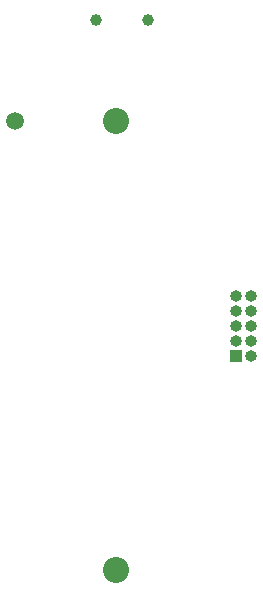
<source format=gbr>
%TF.GenerationSoftware,KiCad,Pcbnew,(6.0.1)*%
%TF.CreationDate,2022-09-20T17:52:40-03:00*%
%TF.ProjectId,HLI-C_main,484c492d-435f-46d6-9169-6e2e6b696361,rev?*%
%TF.SameCoordinates,Original*%
%TF.FileFunction,Soldermask,Bot*%
%TF.FilePolarity,Negative*%
%FSLAX46Y46*%
G04 Gerber Fmt 4.6, Leading zero omitted, Abs format (unit mm)*
G04 Created by KiCad (PCBNEW (6.0.1)) date 2022-09-20 17:52:40*
%MOMM*%
%LPD*%
G01*
G04 APERTURE LIST*
%ADD10C,1.000000*%
%ADD11R,1.000000X1.000000*%
%ADD12O,1.000000X1.000000*%
%ADD13C,1.500000*%
%ADD14C,2.205000*%
G04 APERTURE END LIST*
D10*
%TO.C,CON1*%
X190200000Y-23875000D03*
X194600000Y-23875000D03*
%TD*%
D11*
%TO.C,CON4*%
X202130000Y-52370000D03*
D12*
X203400000Y-52370000D03*
X202130000Y-51100000D03*
X203400000Y-51100000D03*
X202130000Y-49830000D03*
X203400000Y-49830000D03*
X202130000Y-48560000D03*
X203400000Y-48560000D03*
X202130000Y-47290000D03*
X203400000Y-47290000D03*
%TD*%
D13*
%TO.C,CON3*%
X183390000Y-32475000D03*
D14*
X191890000Y-70445000D03*
X191890000Y-32475000D03*
%TD*%
M02*

</source>
